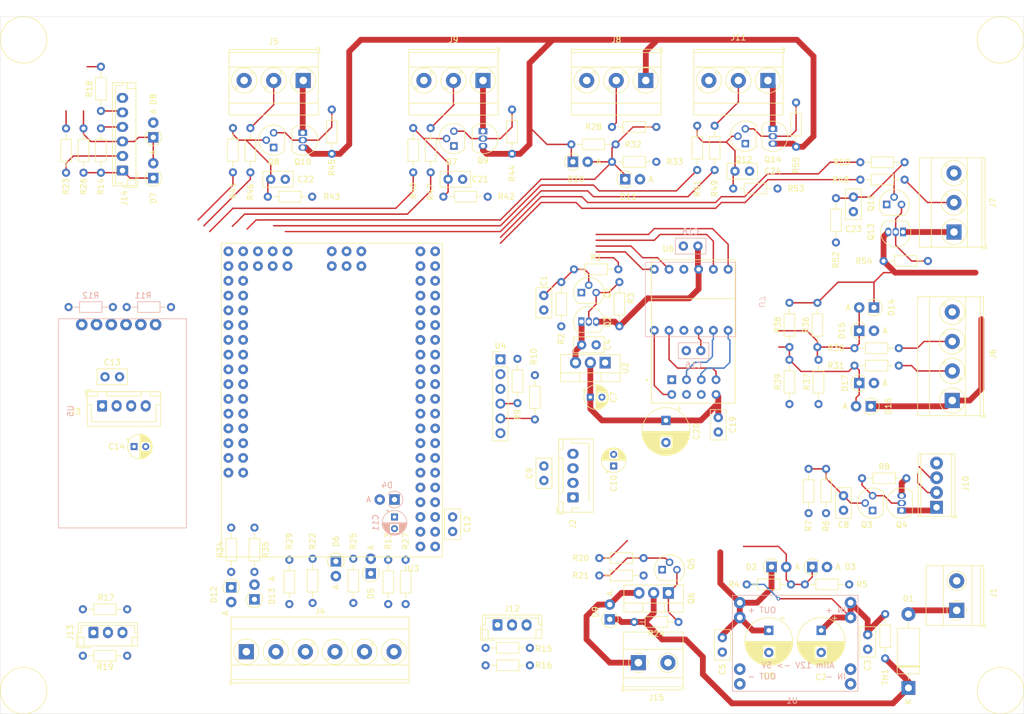
<source format=kicad_pcb>
(kicad_pcb (version 20221018) (generator pcbnew)
  (title_block (title "Cabane de Minou") (date "2024-10-27") (rev "Rev C0"))
  (layers (0 "F.Cu" signal) (31 "B.Cu" signal) (34 "B.Paste" user) (35 "F.Paste" user) (36 "B.SilkS" user "B.Silkscreen") (37 "F.SilkS" user "F.Silkscreen") (38 "B.Mask" user) (39 "F.Mask" user) (44 "Edge.Cuts" user))
  (net 0 "")
  (net 1 "Net-(D4-K)")
  (net 2 "UC_IN_MES_12V")
  (net 3 "GND")
  (net 4 "LUMINOSITE")
  (net 5 "UC_IN_PRESENCE_BAS")
  (net 6 "5V_LEDS_RES")
  (net 7 "UC_IN_PRESENCE_HAUT")
  (net 8 "POWER_3.3")
  (net 9 "UC_IN_PRESENCE_TOUR_BAS")
  (net 10 "SDA")
  (net 11 "UC_IN_PRESENCE_TOUR_HAUT")
  (net 12 "SCL")
  (net 13 "UC_TEMP_BAS")
  (net 14 "UC_OUT_CMD_CHAUFFAGE")
  (net 15 "OUT_LEDS_RES")
  (net 16 "UC_TEMP_EXT")
  (net 17 "UC_ESP_TX")
  (net 18 "UC_OUT_LEDS_BAS")
  (net 19 "UC_OUT_LEDS_HAUT")
  (net 20 "UC_OUT_LEDS_TOUR")
  (net 21 "Net-(C1-Pad1)")
  (net 22 "POWER_12V")
  (net 23 "+5V")
  (net 24 "UC_IN_SW1_BUTTON")
  (net 25 "Net-(D1-A)")
  (net 26 "UC_IN_CAPOT")
  (net 27 "Net-(D9-A)")
  (net 28 "5V_LEDS_TOUR")
  (net 29 "OUT_LEDS_TOUR")
  (net 30 "5V_LEDS_HAUT")
  (net 31 "OUT_LEDS_HAUT")
  (net 32 "5V_LEDS_BAS")
  (net 33 "OUT_LEDS_BAS")
  (net 34 "IN_PRESENCE_HAUT")
  (net 35 "OUT_LED_CAPOT_OUVERT")
  (net 36 "IN_CAPOT")
  (net 37 "TEMP_BAS")
  (net 38 "IN_PRESENCE_BAS")
  (net 39 "IN_PRESENCE_TOUR_BAS")
  (net 40 "IN_PRESENCE_TOUR_HAUT")
  (net 41 "TEMP_EXT")
  (net 42 "Net-(Q4-B)")
  (net 43 "UC_5V_LEDS_HAUT")
  (net 44 "UC_5V_LEDS_BAS")
  (net 45 "UC_5V_LEDS_TOUR")
  (net 46 "UC_IN_SW2_BUTTON")
  (net 47 "UC_IN_SW3_BUTTON")
  (net 48 "5V_SER")
  (net 49 "UC_RX_LOG")
  (net 50 "UC_TX_LOG")
  (net 51 "UC_ESP_RX")
  (net 52 "Net-(Q9-B)")
  (net 53 "Net-(Q14-B)")
  (net 54 "UC_OUT_LED_1")
  (net 55 "UC_3V_ESP")
  (net 56 "UC_RX_PROG")
  (net 57 "UC_TX_PROG")
  (net 58 "Net-(Q10-B)")
  (net 59 "UC_OUT_LED_2")
  (net 60 "UC_OUT_LED_3")
  (net 61 "UC_5V_SER")
  (net 62 "IO2_3")
  (net 63 "IO1_3")
  (net 64 "ESP_RX_3")
  (net 65 "ESP_TX_3")
  (net 66 "UC_IO1")
  (net 67 "UC_IO2")
  (net 68 "UC_OUT_LEDS_RES")
  (net 69 "UC_OUT_LED_CAPOT_OUVERT")
  (net 70 "UC_5V_LEDS_RES")
  (net 71 "Net-(Q2-C)")
  (net 72 "Net-(C8-Pad1)")
  (net 73 "Net-(C21-Pad1)")
  (net 74 "Net-(C22-Pad1)")
  (net 75 "Net-(C23-Pad1)")
  (net 76 "Net-(C24-Pad1)")
  (net 77 "Net-(J12-Pin_1)")
  (net 78 "Net-(J12-Pin_2)")
  (net 79 "Net-(J14-Pin_5)")
  (net 80 "Net-(Q2-B)")
  (net 81 "Net-(Q5-Pad2)")
  (net 82 "Net-(Q6-G)")
  (net 83 "Net-(Q13-B)")
  (net 84 "Net-(U4-TXD)")
  (net 85 "Net-(U4-RXD)")
  (net 136 "12V")
  (net 137 "UC_RX_SER")
  (net 138 "UC_TX_SER")
  (footprint "Capacitor_THT:C_Disc_D5.0mm_W2.5mm_P2.50mm" (layer "F.Cu") (at 137.96 79.5)
    (fp_text reference "C4")
    (fp_text value "100nF")
  )
  (footprint "Connector_JST:JST_EH_B3B-EH-A_1x03_P2.50mm_Vertical" (layer "F.Cu") (at 54 129)
    (fp_text reference "J13")
    (fp_text value "Buttons")
  )
  (footprint "TerminalBlock_Phoenix:TerminalBlock_Phoenix_MKDS-3-3-5.08_1x03_P5.08mm_Horizontal" (layer "F.Cu") (at 149 34 180)
    (fp_text reference "J8")
    (fp_text value "Move Haut")
  )
  (footprint "Resistor_THT:R_Axial_DIN0204_L3.6mm_D1.6mm_P7.62mm_Horizontal" (layer "F.Cu") (at 174.84 45.41 90)
    (fp_text reference "R55")
    (fp_text value "100k")
  )
  (footprint "Diode_THT:D_A-405_P2.54mm_Vertical_AnodeUp" (layer "F.Cu") (at 136.46 48)
    (fp_text reference "D10")
    (fp_text value "DO-204")
  )
  (footprint "TerminalBlock_Phoenix:TerminalBlock_Phoenix_MPT-0,5-4-2.54_1x04_P2.54mm_Horizontal" (layer "F.Cu") (at 199 107.46 90)
    (fp_text reference "J10")
    (fp_text value "Serial")
  )
  (footprint "TerminalBlock_Phoenix:TerminalBlock_Phoenix_MKDS-1,5-2-5.08_1x02_P5.08mm_Horizontal" (layer "F.Cu") (at 202.465 125.19 90)
    (fp_text reference "J1")
    (fp_text value "Alim 12V")
  )
  (footprint "Resistor_THT:R_Axial_DIN0204_L3.6mm_D1.6mm_P7.62mm_Horizontal" (layer "F.Cu") (at 129.93 92.33 90)
    (fp_text reference "R10")
    (fp_text value "100")
  )
  (footprint "Resistor_THT:R_Axial_DIN0204_L3.6mm_D1.6mm_P7.62mm_Horizontal" (layer "F.Cu") (at 91.7 116.3 -90)
    (fp_text reference "R22")
    (fp_text value "10")
  )
  (footprint "Resistor_THT:R_Axial_DIN0204_L3.6mm_D1.6mm_P7.62mm_Horizontal" (layer "F.Cu") (at 190.16 133.455 90)
    (fp_text reference "TH1")
    (fp_text value "Thermistor_NTC")
  )
  (footprint "Resistor_THT:R_Axial_DIN0204_L3.6mm_D1.6mm_P7.62mm_Horizontal" (layer "F.Cu") (at 81.7 110.95 -90)
    (fp_text reference "R35")
    (fp_text value "100k")
  )
  (footprint "Resistor_THT:R_Axial_DIN0204_L3.6mm_D1.6mm_P7.62mm_Horizontal" (layer "F.Cu") (at 160.84 49.41 90)
    (fp_text reference "R49")
    (fp_text value "50")
  )
  (footprint "Capacitor_THT:CP_Radial_D8.0mm_P3.80mm" (layer "F.Cu") (at 170.16 128.645 -90)
    (fp_text reference "C6")
    (fp_text value "20uF")
  )
  (footprint "Resistor_THT:R_Axial_DIN0204_L3.6mm_D1.6mm_P7.62mm_Horizontal" (layer "F.Cu") (at 52.3 49.87 90)
    (fp_text reference "R26")
    (fp_text value "100k")
  )
  (footprint "Diode_THT:D_A-405_P2.54mm_Vertical_AnodeUp" (layer "F.Cu") (at 77.7 121.22 -90)
    (fp_text reference "D12")
    (fp_text value "DO-204")
  )
  (footprint "Connector_JST:JST_XH_B4B-XH-A_1x04_P2.50mm_Vertical" (layer "F.Cu") (at 55.5 90)
    (fp_text reference "J3")
    (fp_text value "Screen")
  )
  (footprint "Resistor_THT:R_Axial_DIN0204_L3.6mm_D1.6mm_P7.62mm_Horizontal" (layer "F.Cu") (at 143.19 48)
    (fp_text reference "R33")
    (fp_text value "100k")
  )
  (footprint "Package_TO_SOT_THT:TO-92" (layer "F.Cu") (at 190.43 55.34)
    (fp_text reference "Q11")
    (fp_text value "BPC_2N2222A")
  )
  (footprint "Resistor_THT:R_Axial_DIN0204_L3.6mm_D1.6mm_P7.62mm_Horizontal" (layer "F.Cu") (at 178.7 82.07 -90)
    (fp_text reference "R37")
    (fp_text value "100k")
  )
  (footprint "Capacitor_THT:C_Disc_D5.0mm_W2.5mm_P2.50mm" (layer "F.Cu") (at 162.16 129.875 -90)
    (fp_text reference "C5")
    (fp_text value "1n")
  )
  (footprint "Resistor_THT:R_Axial_DIN0204_L3.6mm_D1.6mm_P7.62mm_Horizontal" (layer "F.Cu") (at 164.03 52.6)
    (fp_text reference "R53")
    (fp_text value "100k")
  )
  (footprint "Diode_THT:D_A-405_P2.54mm_Vertical_AnodeUp" (layer "F.Cu") (at 185.7 77.07)
    (fp_text reference "D15")
    (fp_text value "DO-204")
  )
  (footprint "Capacitor_THT:CP_Radial_D8.0mm_P3.80mm" (layer "F.Cu") (at 179.16 128.645 -90)
    (fp_text reference "C2")
    (fp_text value "40uF")
  )
  (footprint "Diode_THT:D_A-405_P2.54mm_Vertical_AnodeUp" (layer "F.Cu") (at 177.62 117.725)
    (fp_text reference "D3")
    (fp_text value "DO-204")
  )
  (footprint "Resistor_THT:R_Axial_DIN0204_L3.6mm_D1.6mm_P7.62mm_Horizontal" (layer "F.Cu") (at 49.3 42.25 -90)
    (fp_text reference "R23")
    (fp_text value "10")
  )
  (footprint "Resistor_THT:R_Axial_DIN0204_L3.6mm_D1.6mm_P7.62mm_Horizontal" (layer "F.Cu") (at 112 49.81 90)
    (fp_text reference "R47")
    (fp_text value "50")
  )
  (footprint "Resistor_THT:R_Axial_DIN0204_L3.6mm_D1.6mm_P7.62mm_Horizontal" (layer "F.Cu") (at 78 49.81 90)
    (fp_text reference "R41")
    (fp_text value "220")
  )
  (footprint "Package_TO_SOT_THT:TO-220-3_Vertical" (layer "F.Cu") (at 152.89 122.19 180)
    (fp_text reference "Q6")
    (fp_text value "BPC_IPP034N03L")
  )
  (footprint "Diode_THT:D_DO-15_P12.70mm_Horizontal" (layer "F.Cu") (at 194.16 138.54 90)
    (fp_text reference "D1")
    (fp_text value "SR560")
  )
  (footprint "TerminalBlock_Phoenix:TerminalBlock_Phoenix_MKDS-3-4-5.08_1x04_P5.08mm_Horizontal" (layer "F.Cu") (at 201.7 89.07 90)
    (fp_text reference "J6")
    (fp_text value "Move Tour")
  )
  (footprint "Resistor_THT:R_Axial_DIN0204_L3.6mm_D1.6mm_P7.62mm_Horizontal" (layer "F.Cu") (at 59.81 133 180)
    (fp_text reference "R19")
    (fp_text value "100k")
  )
  (footprint "Resistor_THT:R_Axial_DIN0204_L3.6mm_D1.6mm_P7.62mm_Horizontal" (layer "F.Cu") (at 144.27 66.5 180)
    (fp_text reference "R1")
    (fp_text value "220")
  )
  (footprint "Resistor_THT:R_Axial_DIN0204_L3.6mm_D1.6mm_P7.62mm_Horizontal" (layer "F.Cu") (at 141 119.19)
    (fp_text reference "R21")
    (fp_text value "100k")
  )
  (footprint "Resistor_THT:R_Axial_DIN0204_L3.6mm_D1.6mm_P7.62mm_Horizontal" (layer "F.Cu") (at 157.84 49.41 90)
    (fp_text reference "R51")
    (fp_text value "220")
  )
  (footprint "Resistor_THT:R_Axial_DIN0204_L3.6mm_D1.6mm_P7.62mm_Horizontal" (layer "F.Cu") (at 81 49.81 90)
    (fp_text reference "R46")
    (fp_text value "50")
  )
  (footprint "Resistor_THT:R_Axial_DIN0204_L3.6mm_D1.6mm_P7.62mm_Horizontal" (layer "F.Cu") (at 121.45 131.65)
    (fp_text reference "R15")
    (fp_text value "220")
  )
  (footprint "Resistor_THT:R_Axial_DIN0204_L3.6mm_D1.6mm_P7.62mm_Horizontal" (layer "F.Cu") (at 176.35 120.725)
    (fp_text reference "R5")
    (fp_text value "30k")
  )
  (footprint "Resistor_THT:R_Axial_DIN0204_L3.6mm_D1.6mm_P7.62mm_Horizontal" (layer "F.Cu") (at 114.19 54)
    (fp_text reference "R42")
    (fp_text value "100k")
  )
  (footprint "Capacitor_THT:C_Disc_D5.0mm_W2.5mm_P2.50mm" (layer "F.Cu") (at 161.46 92 -90)
    (fp_text reference "C19")
    (fp_text value "1n")
  )
  (footprint "Resistor_THT:R_Axial_DIN0204_L3.6mm_D1.6mm_P7.62mm_Horizontal" (layer "F.Cu") (at 107.7 124.11 90)
    (fp_text reference "R27")
    (fp_text value "100k")
  )
  (footprint "Package_TO_SOT_THT:TO-92_Inline" (layer "F.Cu") (at 193.24 60.07 180)
    (fp_text reference "Q13")
    (fp_text value "BC327")
  )
  (footprint "Capacitor_THT:CP_Radial_D4.0mm_P2.00mm" (layer "F.Cu") (at 139.46 88.5)
    (fp_text reference "C7")
    (fp_text value "10µF")
  )
  (footprint "Resistor_THT:R_Axial_DIN0204_L3.6mm_D1.6mm_P7.62mm_Horizontal" (layer "F.Cu") (at 121.45 134.65)
    (fp_text reference "R16")
    (fp_text value "220")
  )
  (footprint "Connector_JST:JST_EH_B3B-EH-A_1x03_P2.50mm_Vertical" (layer "F.Cu") (at 123.5 127.7)
    (fp_text reference "J12")
    (fp_text value "Leds")
  )
  (footprint "bpc:BPC_Trou4mm_Fixation" (layer "F.Cu") (at 42 27)
    (fp_text reference "X4" hide)
    (fp_text value "Trou")
  )
  (footprint "Resistor_THT:R_Axial_DIN0204_L3.6mm_D1.6mm_P7.62mm_Horizontal" (layer "F.Cu") (at 109 49.81 90)
    (fp_text reference "R40")
    (fp_text value "220")
  )
  (footprint "Resistor_THT:R_Axial_DIN0204_L3.6mm_D1.6mm_P7.62mm_Horizontal" (layer "F.Cu") (at 193.81 102.46 180)
    (fp_text reference "R8")
    (fp_text value "100k")
  )
  (footprint "Diode_THT:D_A-405_P2.54mm_Vertical_AnodeUp" (layer "F.Cu") (at 64.3 50.79 90)
    (fp_text reference "D7")
    (fp_text value "DO-204")
  )
  (footprint "Capacitor_THT:C_Disc_D5.0mm_W2.5mm_P2.50mm" (layer "F.Cu") (at 183 105.46 -90)
    (fp_text reference "C8")
    (fp_text value "100n")
  )
  (footprint "Capacitor_THT:C_Disc_D5.0mm_W2.5mm_P2.50mm" (layer "F.Cu") (at 56 85)
    (fp_text reference "C13")
    (fp_text value "100nF")
  )
  (footprint "Diode_THT:D_A-405_P2.54mm_Vertical_AnodeUp" (layer "F.Cu") (at 64.3 43.79 90)
    (fp_text reference "D8")
    (fp_text value "DO-204")
  )
  (footprint "Resistor_THT:R_Axial_DIN0204_L3.6mm_D1.6mm_P7.62mm_Horizontal" (layer "F.Cu") (at 95 46.62 90)
    (fp_text reference "R45")
    (fp_text value "100k")
  )
  (footprint "Resistor_THT:R_Axial_DIN0204_L3.6mm_D1.6mm_P7.62mm_Horizontal" (layer "F.Cu") (at 59.81 125 180)
    (fp_text reference "R17")
    (fp_text value "100k")
  )
  (footprint "Package_TO_SOT_THT:TO-92" (layer "F.Cu") (at 166.11 44.87 90)
    (fp_text reference "Q12")
    (fp_text value "BPC_2N2222A")
  )
  (footprint "bpc:BPC_XCVR_ESP8266-01_ESP-01" (layer "F.Cu") (at 157.27 77.19)
    (fp_text reference "U6")
    (fp_text value "BPC_ESP8266-01_ESP-01")
  )
  (footprint "Package_TO_SOT_THT:TO-92_Inline" (layer "F.Cu") (at 170.84 42.33 -90)
    (fp_text reference "Q14")
    (fp_text value "BC327")
  )
  (footprint "Package_TO_SOT_THT:TO-92_Inline" (layer "F.Cu") (at 193 108 90)
    (fp_text reference "Q4")
    (fp_text value "BC327")
  )
  (footprint "bpc:BPC_Trou4mm_Fixation" (layer "F.Cu") (at 210 27)
    (fp_text reference "X3" hide)
    (fp_text value "Trou")
  )
  (footprint "Resistor_THT:R_Axial_DIN0204_L3.6mm_D1.6mm_P7.62mm_Horizontal" (layer "F.Cu") (at 84 54)
    (fp_text reference "R43")
    (fp_text value "100k")
  )
  (footprint "Resistor_THT:R_Axial_DIN0204_L3.6mm_D1.6mm_P7.62mm_Horizontal" (layer "F.Cu") (at 173.7 82.07 -90)
    (fp_text reference "R39")
    (fp_text value "100k")
  )
  (footprint "Diode_THT:D_A-405_P2.54mm_Vertical_AnodeUp" (layer "F.Cu") (at 188.24 73.07 180)
    (fp_text reference "D14")
    (fp_text value "DO-204")
  )
  (footprint "Package_TO_SOT_THT:TO-92_Inline" (layer "F.Cu") (at 137.92 75.5)
    (fp_text reference "Q2")
    (fp_text value "BC327")
  )
  (footprint "Connector_JST:JST_XH_B4B-XH-AM_1x04_P2.50mm_Vertical" (layer "F.Cu") (at 136.475 105.75 90)
    (fp_text reference "J2")
    (fp_text value "Log")
  )
  (footprint "Diode_THT:D_A-405_P2.54mm_Vertical_AnodeUp" (layer "F.Cu") (at 187.7 90.07 180)
    (fp_text reference "D16")
    (fp_text value "DO-204")
  )
  (footprint "Capacitor_THT:C_Disc_D5.0mm_W2.5mm_P2.50mm" (layer "F.Cu") (at 115.78 109.12 -90)
    (fp_text reference "C12")
    (fp_text value "1n")
  )
  (footprint "TerminalBlock_Phoenix:TerminalBlock_Phoenix_MKDS-3-3-5.08_1x03_P5.08mm_Horizontal" (layer "F.Cu") (at 202 60.08 90)
    (fp_text reference "J7")
    (fp_text value "LEDs Tour")
  )
  (footprint "bpc:BPC_Trou4mm_Fixation" (layer "F.Cu") (at 42 139)
    (fp_text reference "X2" hide)
    (fp_text value "Trou")
  )
  (footprint "Resistor_THT:R_Axial_DIN0204_L3.6mm_D1.6mm_P7.62mm_Horizontal" (layer "F.Cu") (at 177 100.84 -90)
    (fp_text reference "R7")
    (fp_text value "100k")
  )
  (footprint "Resistor_THT:R_Axial_DIN0204_L3.6mm_D1.6mm_P7.62mm_Horizontal" (layer "F.Cu") (at 147 127.19)
    (fp_text reference "R24")
    (fp_text value "100k")
  )
  (footprint "Package_TO_SOT_THT:TO-92" (layer "F.Cu") (at 85 45.54 90)
    (fp_text reference "Q8")
    (fp_text value "BPC_2N2222A")
  )
  (footprint "Resistor_THT:R_Axial_DIN0204_L3.6mm_D1.6mm_P7.62mm_Horizontal" (layer "F.Cu") (at 126.93 81.9 -90)
    (fp_text reference "R9")
    (fp_text value "100")
  )
  (footprint "Resistor_THT:R_Axial_DIN0204_L3.6mm_D1.6mm_P7.62mm_Horizontal" (layer "F.Cu") (at 104.7 124.11 90)
    (fp_text reference "R13")
    (fp_text value "220")
  )
  (footprint "Package_TO_SOT_THT:TO-92" (layer "F.Cu") (at 137.92 70.5)
    (fp_text reference "Q1")
    (fp_text value "BPC_2N2222A")
  )
  (footprint "TerminalBlock_Phoenix:TerminalBlock_Phoenix_MKDS-3-3-5.08_1x03_P5.08mm_Horizontal" (layer "F.Cu") (at 121 34 180)
    (fp_text reference "J9")
    (fp_text value "LEDs Haut")
  )
  (footprint "Capacitor_THT:C_Disc_D5.0mm_W2.5mm_P2.50mm" (layer "F.Cu") (at 164.34 49.6)
    (fp_text reference "C24")
    (fp_text value "100n")
  )
  (footprint "Capacitor_THT:C_Disc_D5.0mm_W2.5mm_P2.50mm" (layer "F.Cu") (at 84.5 51)
    (fp_text reference "C22")
    (fp_text value "100n")
  )
  (footprint "Resistor_THT:R_Axial_DIN0204_L3.6mm_D1.6mm_P7.62mm_Horizontal" (layer "F.Cu") (at 150.81 42 180)
    (fp_text reference "R28")
    (fp_text value "10")
  )
  (footprint "Resistor_THT:R_Axial_DIN0204_L3.6mm_D1.6mm_P7.62mm_Horizontal" (layer "F.Cu") (at 141 116.19)
    (fp_text reference "R20")
    (fp_text value "220")
  )
  (footprint "Diode_THT:D_A-405_P2.54mm_Vertical_AnodeUp" (layer "F.Cu") (at 95.7 116.76 -90)
    (fp_text reference "D6")
    (fp_text value "DO-204")
  )
  (footprint "Resistor_THT:R_Axial_DIN0204_L3.6mm_D1.6mm_P7.62mm_Horizontal" (layer "F.Cu") (at 184.89 80.07)
    (fp_text reference "R30")
    (fp_text value "10")
  )
  (footprint "Capacitor_THT:CP_Radial_D4.0mm_P2.00mm" (layer "F.Cu") (at 143.475 100.35 90)
    (fp_text reference "C10")
    (fp_text value "10µF")
  )
  (footprint "TerminalBlock_Phoenix:TerminalBlock_Phoenix_MKDS-1,5-2-5.08_1x02_P5.08mm_Horizontal" (layer "F.Cu") (at 147.73 134.19)
    (fp_text reference "J15")
    (fp_text value "Commande 12V")
  )
  (footprint "Resistor_THT:R_Axial_DIN0204_L3.6mm_D1.6mm_P7.62mm_Horizontal" (layer "F.Cu") (at 184.89 83.07)
    (fp_text reference "R31")
    (fp_text value "10")
  )
  (footprint "bpc:BPC_HC05_Vertical" (layer "F.Cu") (at 124 82)
    (fp_text reference "U4")
    (fp_text value "~")
  )
  (footprint "Resistor_THT:R_Axial_DIN0204_L3.6mm_D1.6mm_P7.62mm_Horizontal" (layer "F.Cu") (at 178.51 72.26 -90)
    (fp_text reference "R36")
    (fp_text value "100k")
  )
  (footprint "Package_TO_SOT_THT:TO-220-3_Vertical" (layer "F.Cu") (at 142 82.555 180)
    (fp_text reference "U2")
    (fp_text value "LM1117DT-3.3")
  )
  (footprint "Diode_THT:D_A-405_P2.54mm_Vertical_AnodeUp" (layer "F.Cu") (at 170.62 117.725)
    (fp_text reference "D2")
    (fp_text value "DO-204")
  )
  (footprint "Package_TO_SOT_THT:TO-92" (layer "F.Cu") (at 188 108 90)
    (fp_text reference "Q3")
    (fp_text value "BPC_2N2222A")
  )
  (footprint "Resistor_THT:R_Axial_DIN0204_L3.6mm_D1.6mm_P7.62mm_Horizontal" (layer "F.Cu") (at 166.35 120.725)
    (fp_text reference "R4")
    (fp_text value "100k")
  )
  (footprint "Capacitor_THT:C_Disc_D5.0mm_W2.5mm_P2.50mm" (layer "F.Cu") (at 131.475 102.85 90)
    (fp_text reference "C9")
    (fp_text value "100nF")
  )
  (footprint "Resistor_THT:R_Axial_DIN0204_L3.6mm_D1.6mm_P7.62mm_Horizontal" (layer "F.Cu") (at 189.89 65.07)
    (fp_text reference "R54")
    (fp_text value "100k")
  )
  (footprint "Package_TO_SOT_THT:TO-92_Inline" (layer "F.Cu") (at 121 42.73 -90)
    (fp_text reference "Q9")
    (fp_text value "BC327")
  )
  (footprint "Package_TO_SOT_THT:TO-92" (layer "F.Cu") (at 116 45.27 90)
    (fp_text reference "Q7")
    (fp_text value "BPC_2N2222A")
  )
  (footprint "Connector_JST:JST_EH_B6B-EH-A_1x06_P2.50mm_Vertical" (layer "F.Cu") (at 59 49.5 90)
    (fp_text reference "J14")
    (fp_text value "Couvercle")
  )
  (footprint "Resistor_THT:R_Axial_DIN0204_L3.6mm_D1.6mm_P7.62mm_Horizontal" (layer "F.Cu") (at 98.7 123.92 90)
    (fp_text reference "R25")
    (fp_text value "1k")
  )
  (footprint "Capacitor_THT:CP_Radial_D4.0mm_P2.00mm" (layer "F.Cu") (at 61 97)
    (fp_text reference "C14")
    (fp_text value "10µF")
  )
  (footprint "bpc:BPC_Trou4mm_Fixation" (layer "F.Cu") (at 210 139)
    (fp_text reference "X1" hide)
    (fp_text value "Trou")
  )
  (footprint "Resistor_THT:R_Axial_DIN0204_L3.6mm_D1.6mm_P7.62mm_Horizontal" (layer "F.Cu") (at 185.89 51.07)
    (fp_text reference "R48")
    (fp_text value "50")
  )
  (footprint "Capacitor_THT:C_Disc_D5.0mm_W2.5mm_P2.50mm" (layer "F.Cu") (at 187.16 129.375 -90)
    (fp_text reference "C3")
    (fp_text value "100n")
  )
  (footprint "Resistor_THT:R_Axial_DIN0204_L3.6mm_D1.6mm_P7.62mm_Horizontal" (layer "F.Cu") (at 181.7 54.26 -90)
    (fp_text reference "R52")
    (fp_text value "100k")
  )
  (footprint "Diode_THT:D_A-405_P2.54mm_Vertical_AnodeUp" (layer "F.Cu") (at 101.7 118.84 90)
    (fp_text reference "D5")
    (fp_text value "DO-204")
  )
  (footprint "Capacitor_THT:CP_Radial_D8.0mm_P3.80mm" (layer "F.Cu") (at 152.46 92.5 -90)
    (fp_text reference "C20")
    (fp_text value "20uF")
  )
  (footprint "Resistor_THT:R_Axial_DIN0204_L3.6mm_D1.6mm_P7.62mm_Horizontal" (layer "F.Cu") (at 55.3 39.25 90)
    (fp_text reference "R18")
    (fp_text value "220")
  )
  (footprint "Diode_THT:D_A-405_P2.54mm_Vertical_AnodeUp" (layer "F.Cu") (at 81.7 123.3 90)
    (fp_text reference "D13")
    (fp_text value "DO-204")
  )
  (footprint "TerminalBlock_Phoenix:TerminalBlock_Phoenix_MKDS-3-6-5.08_1x06_P5.08mm_Horizontal" (layer "F.Cu") (at 80.3 132.3)
    (fp_text reference "J4")
    (fp_text value "Bas")
  )
  (footprint "bpc:BPC_ATMEGA2560_PRO_MINI" (layer "F.Cu") (at 95 89 90)
    (fp_text reference "U3")
    (fp_text value "BPC_ATMEGA2560_PRO")
  )
  (footprint "Resistor_THT:R_Axial_DIN0204_L3.6mm_D1.6mm_P7.62mm_Horizontal" (layer "F.Cu") (at 77.7 118.57 90)
    (fp_text reference "R34")
    (fp_text value "100k")
  )
  (footprint "Diode_THT:D_A-405_P2.54mm_Vertical_AnodeUp" (layer "F.Cu") (at 185.7 86.07)
    (fp_text reference "D17")
    (fp_text value "DO-204")
  )
  (footprint "Resistor_THT:R_Axial_DIN0204_L3.6mm_D1.6mm_P7.62mm_Horizontal" (layer "F.Cu") (at 144.46 76.31 90)
    (fp_text reference "R3")
    (fp_text value "100k")
  )
  (footprint "Resistor_THT:R_Axial_DIN0204_L3.6mm_D1.6mm_P7.62mm_Horizontal" (layer "F.Cu") (at 134.46 68.69 -90)
    (fp_text reference "R2")
    (fp_text value "100k")
  )
  (footprint "Capacitor_THT:C_Disc_D5.0mm_W2.5mm_P2.50mm" (layer "F.Cu") (at 115 51)
    (fp_text reference "C21")
    (fp_text value "100n")
  )
  (footprint "Capacitor_THT:C_Disc_D5.0mm_W2.5mm_P2.50mm" (layer "F.Cu") (at 184.7 54.07 -90)
    (fp_text reference "C23")
    (fp_text value "100n")
  )
  (footprint "Package_TO_SOT_THT:TO-92" (layer "F.Cu") (at 151.81 118.19)
    (fp_text reference "Q5")
    (fp_text value "BPC_2N2222A")
  )
  (footprint "Capacitor_THT:C_Disc_D5.0mm_W2.5mm_P2.50mm" (layer "F.Cu") (at 131.46 71 -90)
    (fp_text reference "C1")
    (fp_text value "100n")
  )
  (footprint "Resistor_THT:R_Axial_DIN0204_L3.6mm_D1.6mm_P7.62mm_Horizontal" (layer "F.Cu") (at 55.3 49.87 90)
    (fp_text reference "R14")
    (fp_text value "100k")
  )
  (footprint "Diode_THT:D_A-405_P2.54mm_Vertical_AnodeUp" (layer "F.Cu") (at 142.81 126.73 90)
    (fp_text reference "D9")
    (fp_text value "DO-201")
  )
  (footprint "Resistor_THT:R_Axial_DIN0204_L3.6mm_D1.6mm_P7.62mm_Horizontal" (layer "F.Cu") (at 173.7 72.26 -90)
    (fp_text reference "R38")
    (fp_text value "100k")
  )
  (footprint "Diode_THT:D_A-405_P2.54mm_Vertical_AnodeUp" (layer "F.Cu") (at 145.46 51)
    (fp_text reference "D11")
    (fp_text value "DO-204")
  )
  (footprint "Resistor_THT:R_Axial_DIN0204_L3.6mm_D1.6mm_P7.62mm_Horizontal" (layer "F.Cu") (at 126 46.62 90)
    (fp_text reference "R44")
    (fp_text value "100k")
  )
  (footprint "Resistor_THT:R_Axial_DIN0204_L3.6mm_D1.6mm_P7.62mm_Horizontal" (layer "F.Cu") (at 87.7 124.11 90)
    (fp_text reference "R29")
    (fp_text value "10")
  )
  (footprint "TerminalBlock_Phoenix:TerminalBlock_Phoenix_MKDS-3-3-5.08_1x03_P5.08mm_Horizontal" (layer "F.Cu") (at 170 34 180)
    (fp_text reference "J11")
    (fp_text value "LEDs Res")
  )
  (footprint "Resistor_THT:R_Axial_DIN0204_L3.6mm_D1.6mm_P7.62mm_Horizontal" (layer "F.Cu") (at 136.19 45)
    (fp_text reference "R32")
    (fp_text value "100k")
  )
  (footprint "Resistor_THT:R_Axial_DIN0204_L3.6mm_D1.6mm_P7.62mm_Horizontal" (layer "F.Cu") (at 185.89 48.07)
    (fp_text reference "R50")
    (fp_text value "220")
  )
  (footprint "Resistor_THT:R_Axial_DIN0204_L3.6mm_D1.6mm_P7.62mm_Horizontal" (layer "F.Cu") (at 180 108.46 90)
    (fp_text reference "R6")
    (fp_text value "220")
  )
  (footprint "TerminalBlock_Phoenix:TerminalBlock_Phoenix_MKDS-3-3-5.08_1x03_P5.08mm_Horizontal" (layer "F.Cu") (at 90.085 34 180)
    (fp_text reference "J5")
    (fp_text value "LEDs Bas")
  )
  (footprint "Package_TO_SOT_THT:TO-92_Inline" (layer "F.Cu") (at 90 43 -90)
    (fp_text reference "Q10")
    (fp_text value "BC327")
  )
  (footprint "Diode_THT:D_A-405_P2.54mm_Vertical_AnodeUp" (layer "B.Cu") (at 105.78 106.12 180)
    (fp_text reference "D4")
    (fp_text value "D")
  )
  (footprint "Capacitor_THT:C_Disc_D5.0mm_W2.5mm_P2.50mm" (layer "B.Cu") (at 155.96 80.5)
    (fp_text reference "C16")
    (fp_text value "1n")
  )
  (footprint "Capacitor_THT:CP_Radial_D4.0mm_P2.00mm" (layer "B.Cu") (at 105.78 109.12 -90)
    (fp_text reference "C11")
    (fp_text value "10uF")
  )
  (footprint "bpc:BPC_LVLCONV_5_33" (layer "B.Cu") (at 163.16 77 90)
    (fp_text reference "U7")
    (fp_text value "~")
  )
  (footprint "Resistor_THT:R_Axial_DIN0204_L3.6mm_D1.6mm_P7.62mm_Horizontal" (layer "B.Cu") (at 67.35 73 180)
    (fp_text reference "R11")
    (fp_text value "10k")
  )
  (footprint "bpc:BPC_Alim5V" (layer "B.Cu") (at 184.21 123.875 180)
    (fp_text reference "U1")
    (fp_text value "BPC_Alim5V" hide)
  )
  (footprint "Capacitor_THT:C_Disc_D5.0mm_W2.5mm_P2.50mm" (layer "B.Cu") (at 157.96 62.5 180)
    (fp_text reference "C18")
    (fp_text value "1n")
  )
  (footprint "bpc:BPC_RtcArduino" (layer "B.Cu") (at 52 76 -90)
    (fp_text reference "U5")
    (fp_text value "RtcArduino")
  )
  (footprint "Resistor_THT:R_Axial_DIN0204_L3.6mm_D1.6mm_P7.62mm_Horizontal" (layer "B.Cu") (at 49.73 73)
    (fp_text reference "R12")
    (fp_text value "10k")
  )
  (gr_line (start 214 23) (end 214 143) (stroke (width 0.05)) (layer "Edge.Cuts"))
  (gr_line (start 38 23) (end 214 23) (stroke (width 0.05)) (layer "Edge.Cuts"))
  (gr_line (start 143 143) (end 92 143) (stroke (width 0.05)) (layer "Edge.Cuts"))
  (gr_line (start 38 51) (end 38 143) (stroke (width 0.05)) (layer "Edge.Cuts"))
  (gr_line (start 38 23) (end 38 51) (stroke (width 0.05)) (layer "Edge.Cuts"))
  (gr_line (start 214 143) (end 204 143) (stroke (width 0.05)) (layer "Edge.Cuts"))
  (gr_line (start 204 143) (end 143 143) (stroke (width 0.05)) (layer "Edge.Cuts"))
  (gr_line (start 92 143) (end 38 143) (stroke (width 0.05)) (layer "Edge.Cuts"))
  (segment (start 173.16 117.725) (end 173.16 115.54) (width 0.25) (layer "F.Cu") (net 2))
  (segment (start 173.97 120.725) (end 176.35 120.725) (width 0.25) (layer "F.Cu") (net 2))
  (segment (start 177.62 119.455) (end 176.35 120.725) (width 0.25) (layer "F.Cu") (net 2))
  (segment (start 173.16 115.54) (end 171.81 114.19) (width 0.25) (layer "F.Cu") (net 2))
  (segment (start 173.16 119.915) (end 173.97 120.725) (width 0.25) (layer "F.Cu") (net 2))
  (segment (start 177.62 117.725) (end 177.62 119.455) (width 0.25) (layer "F.Cu") (net 2))
  (segment (start 171.81 114.19) (end 165.81 114.19) (width 0.25) (layer "F.Cu") (net 2))
  (segment (start 173.16 117.725) (end 173.16 119.915) (width 0.25) (layer "F.Cu") (net 2))
  (segment (start 53.55 44.5) (end 52.3 43.25) (width 0.25) (layer "F.Cu") (net 4))
  (segment (start 64.3 48.25) (end 64.3 43.79) (width 0.25) (layer "F.Cu") (net 4))
  (segment (start 61.05 44.5) (end 59 44.5) (width 0.25) (layer "F.Cu") (net 4))
  (segment (start 61.76 43.79) (end 61.05 44.5) (width 0.25) (layer "F.Cu") (net 4))
  (segment (start 52.3 43.25) (end 52.3 42.25) (width 0.25) (layer "F.Cu") (net 4))
  (segment (start 64.3 43.79) (end 61.76 43.79) (width 0.25) (layer "F.Cu") (net 4))
  (segment (start 59 44.5) (end 53.55 44.5) (width 0.25) (layer "F.Cu") (net 4))
  (segment (start 52.3 42.25) (end 52.3 39.25) (width 0.25) (layer "F.Cu") (net 4))
  (segment (start 170.84 34.84) (end 170 34) (width 1) (layer "F.Cu") (net 6))
  (segment (start 170.84 42.33) (end 170.84 34.84) (width 1) (layer "F.Cu") (net 6))
  (segment (start 143.19 45.62) (end 143.81 45) (width 0.25) (layer "F.Cu") (net 7))
  (segment (start 131 51) (end 140.19 51) (width 0.25) (layer "F.Cu") (net 7))
  (segment (start 145.46 50.27) (end 143.19 48) (width 0.25) (layer "F.Cu") (net 7))
  (segment (start 143.81 45) (end 146.81 42) (width 0.25) (layer "F.Cu") (net 7))
  (segment (start 80.44 59.56) (end 82 58) (width 0.25) (layer "F.Cu") (net 7))
  (segment (start 139 48) (end 143.19 48) (width 0.25) (layer "F.Cu") (net 7))
  (segment (start 124 58) (end 131 51) (width 0.25) (layer "F.Cu") (net 7))
  (segment (start 146.81 42) (end 150.81 42) (width 0.25) (layer "F.Cu") (net 7))
  (segment (start 143.19 48) (end 143.19 45.62) (width 0.25) (layer "F.Cu") (net 7))
  (segment (start 145.46 51) (end 145.46 50.27) (width 0.25) (layer "F.Cu") (net 7))
  (segment (start 82 58) (end 124 58) (width 0.25) (layer "F.Cu") (net 7))
  (segment (start 140.19 51) (end 143.19 48) (width 0.25) (layer "F.Cu") (net 7))
  (segment (start 161.46 92) (end 161.46 89.5) (width 1) (layer "F.Cu") (net 8))
  (segment (start 161.46 89.5) (end 161.46 88.42) (width 1) (layer "F.Cu") (net 8))
  (segment (start 158.08 77) (end 158.08 78.335) (width 0.25) (layer "F.Cu") (net 8))
  (segment (start 139.46 88.5) (end 139.46 82.555) (width 1) (layer "F.Cu") (net 8))
  (segment (start 158.08 78.335) (end 158.46 78.715) (width 0.25) (layer "F.Cu") (net 8))
  (segment (start 141.46 92.5) (end 139.46 90.5) (width 1) (layer "F.Cu") (net 8))
  (segment (start 152.46 92.5) (end 141.46 92.5) (width 1) (layer "F.Cu") (net 8))
  (segment (start 161.46 88.42) (end 161.08 88.04) (width 1) (layer "F.Cu") (net 8))
  (segment (start 152.46 92.5) (end 158.46 92.5) (width 1) (layer "F.Cu") (net 8))
  (segment (start 158.46 80.5) (end 158.46 78.715) (width 0.25) (layer "F.Cu") (net 8))
  (segment (start 139.46 90.5) (end 139.46 88.5) (width 1) (layer "F.Cu") (net 8))
  (segment (start 158.46 92.5) (end 161.46 89.5) (width 1) (layer "F.Cu") (net 8))
  (segment (start 185.16 90.07) (end 185.16 88.61) (width 0.25) (layer "F.Cu") (net 9))
  (segment (start 173.7 79.88) (end 173.7 82.07) (width 0.25) (layer "F.Cu") (net 9))
  (segment (start 183.89 84.07) (end 184.89 83.07) (width 0.25) (layer "F.Cu") (net 9))
  (segment (start 173.7 79.88) (end 171.89 79.88) (width 0.25) (layer "F.Cu") (net 9))
  (segment (start 185.7 88.07) (end 185.7 86.07) (width 0.25) (layer "F.Cu") (net 9))
  (segment (start 173.7 82.07) (end 175.7 84.07) (width 0.25) (layer "F.Cu") (net 9))
  (segment (start 185.7 86.07) (end 185.7 83.88) (width 0.25) (layer "F.Cu") (net 9))
  (segment (start 185.16 88.61) (end 185.7 88.07) (width 0.25) (layer "F.Cu") (net 9))
  (segment (start 185.7 83.88) (end 184.89 83.07) (width 0.25) (layer "F.Cu") (net 9))
  (segment (start 175.7 84.07) (end 183.89 84.07) (width 0.25) (layer "F.Cu") (net 9))
  (segment (start 178.51 79.88) (end 178.51 78.88) (width 0.25) (layer "F.Cu") (net 11))
  (segment (start 182.51 79.88) (end 178.51 79.88) (width 0.25) (layer "F.Cu") (net 11))
  (segment (start 178.51 81.88) (end 178.7 82.07) (width 0.25) (layer "F.Cu") (net 11))
  (segment (start 176.7 77.07) (end 171.7 77.07) (width 0.25) (layer "F.Cu") (net 11))
  (segment (start 184.89 80.07) (end 185.7 79.26) (width 0.25) (layer "F.Cu") (net 11))
  (segment (start 185.7 79.26) (end 185.7 77.07) (width 0.25) (layer "F.Cu") (net 11))
  (segment (start 182.7 80.07) (end 182.51 79.88) (width 0.25) (layer "F.Cu") (net 11))
  (segment (start 184.89 80.07) (end 182.7 80.07) (width 0.25) (layer "F.Cu") (net 11))
  (segment (start 178.51 79.88) (end 178.51 81.88) (width 0.25) (layer "F.Cu") (net 11))
  (segment (start 178.51 78.88) (end 176.7 77.07) (width 0.25) (layer "F.Cu") (net 11))
  (segment (start 185.7 77.07) (end 185.7 73.07) (width 0.25) (layer "F.Cu") (net 11))
  (segment (start 142.81 116.19) (end 145.81 113.19) (width 0.25) (layer "F.Cu") (net 14))
  (segment (start 141 116.19) (end 142.81 116.19) (width 0.25) (layer "F.Cu") (net 14))
  (segment (start 164.92 37.71) (end 164.92 34) (width 0.25) (layer "F.Cu") (net 15))
  (segment (start 160.84 41.79) (end 164.92 37.71) (width 0.25) (layer "F.Cu") (net 15))
  (segment (start 49.3 42.25) (end 49.3 39.25) (width 0.25) (layer "F.Cu") (net 16))
  (segment (start 148.46 64.5) (end 146.46 62.5) (width 0.25) (layer "F.Cu") (net 17))
  (segment (start 153 66.5) (end 151 64.5) (width 0.25) (layer "F.Cu") (net 17))
  (segment (start 146.46 62.5) (end 140.46 62.5) (width 0.25) (layer "F.Cu") (net 17))
  (segment (start 151 64.5) (end 148.46 64.5) (width 0.25) (layer "F.Cu") (net 17))
  (segment (start 73 59) (end 81 51) (width 0.25) (layer "F.Cu") (net 18))
  (segment (start 81 49.81) (end 81 51) (width 0.25) (layer "F.Cu") (net 18))
  (segment (start 112 49.81) (end 112 53) (width 0.25) (layer "F.Cu") (net 19))
  (segment (start 108 57) (end 80 57) (width 0.25) (layer "F.Cu") (net 19))
  (segment (start 80 57) (end 77.9 59.1) (width 0.25) (layer "F.Cu") (net 19))
  (segment (start 112 53) (end 108 57) (width 0.25) (layer "F.Cu") (net 19))
  (segment (start 131 55) (end 124 62) (width 0.25) (layer "F.Cu") (net 20))
  (segment (start 162 55) (end 161 56) (width 0.25) (layer "F.Cu") (net 20))
  (segment (start 185.89 51.07) (end 170 51.07) (width 0.25) (layer "F.Cu") (net 20))
  (segment (start 166.07 55) (end 162 55) (width 0.25) (layer "F.Cu") (net 20))
  (segment (start 161 56) (end 138 56) (width 0.25) (layer "F.Cu") (net 20))
  (segment (start 137 55) (end 131 55) (width 0.25) (layer "F.Cu") (net 20))
  (segment (start 170 51.07) (end 166.07 55) (width 0.25) (layer "F.Cu") (net 20))
  (segment (start 138 56) (end 137 55) (width 0.25) (layer "F.Cu") (net 20))
  (segment (start 138.46 66.5) (end 136.65 66.5) (width 0.25) (layer "F.Cu") (net 21))
  (segment (start 139.19 67.23) (end 138.46 66.5) (width 0.25) (layer "F.Cu") (net 21))
  (segment (start 131.46 71) (end 133.77 68.69) (width 0.25) (layer "F.Cu") (net 21))
  (segment (start 139.19 69.23) (end 139.19 67.23) (width 0.25) (layer "F.Cu") (net 21))
  (segment (start 133.77 68.69) (end 134.46 68.69) (width 0.25) (layer "F.Cu") (net 21))
  (segment (start 134.46 68.69) (end 136.65 66.5) (width 0.25) (layer "F.Cu") (net 21))
  (segment (start 194.16 138.54) (end 191.51 141.19) (width 1) (layer "F.Cu") (net 22))
  (segment (start 148.81 127.19) (end 147 127.19) (width 1) (layer "F.Cu") (net 22))
  (segment (start 150.35 125.65) (end 148.81 127.19) (width 1) (layer "F.Cu") (net 22))
  (segment (start 158.81 133.19) (end 155.81 130.19) (width 1) (layer "F.Cu") (net 22))
  (segment (start 151.81 130.19) (end 148.81 127.19) (width 1) (layer "F.Cu") (net 22))
  (segment (start 155.81 130.19) (end 151.81 130.19) (width 1) (layer "F.Cu") (net 22))
  (segment (start 163.81 141.19) (end 158.81 136.19) (width 1) (layer "F.Cu") (net 22))
  (segment (start 194.16 138.54) (end 194.16 137.455) (width 1) (layer "F.Cu") (net 22))
  (segment (start 191.51 141.19) (end 163.81 141.19) (width 1) (layer "F.Cu") (net 22))
  (segment (start 194.16 137.455) (end 190.16 133.455) (width 1) (layer "F.Cu") (net 22))
  (segment (start 144.81 127.19) (end 147 127.19) (width 1) (layer "F.Cu") (net 22))
  (segment (start 158.81 136.19) (end 158.81 133.19) (width 1) (layer "F.Cu") (net 22))
  (segment (start 150.35 122.19) (end 150.35 125.65) (width 1) (layer "F.Cu") (net 22))
  (segment (start 142.81 126.73) (end 144.35 126.73) (width 1) (layer "F.Cu") (net 22))
  (segment (start 144.35 126.73) (end 144.81 127.19) (width 1) (layer "F.Cu") (net 22))
  (segment (start 149 29) (end 149 34) (width 1) (layer "F.Cu") (net 23))
  (segment (start 177.84 43.6) (end 176.03 45.41) (width 1) (layer "F.Cu") (net 23))
  (segment (start 55.3 49.87) (end 58.63 49.87) (width 0.25) (layer "F.Cu") (net 23))
  (segment (start 121 46) (end 121.62 46.62) (width 1) (layer "F.Cu") (net 23))
  (segment (start 60.29 50.79) (end 59 49.5) (width 0.25) (layer "F.Cu") (net 23))
  (segment (start 170.84 44.87) (end 174.3 44.87) (width 1) (layer "F.Cu") (net 23))
  (segment (start 96.38 46.62) (end 98 45) (width 1) (layer "F.Cu") (net 23))
  (segment (start 165.16 123.875) (end 168.125 123.875) (width 1) (layer "F.Cu") (net 23))
  (segment (start 193 103.27) (end 193.81 102.46) (width 1) (layer "F.Cu") (net 23))
  (segment (start 175 27) (end 177.84 29.84) (width 1) (layer "F.Cu") (net 23))
  (segment (start 144.46 76.31) (end 149.27 71.5) (width 1) (layer "F.Cu") (net 23))
  (segment (start 121 45.27) (end 121 46) (width 1) (layer "F.Cu") (net 23))
  (segment (start 189.89 65.07) (end 191.89 67.07) (width 1) (layer "F.Cu") (net 23))
  (segment (start 136.19 45) (end 132 45) (width 0.25) (layer "F.Cu") (net 23))
  (segment (start 98 45) (end 98 29) (width 1) (layer "F.Cu") (net 23))
  (segment (start 165.16 126.415) (end 165.16 123.875) (width 1) (layer "F.Cu") (net 23))
  (segment (start 151 27) (end 149 29) (width 1) (layer "F.Cu") (net 23))
  (segment (start 188.24 68.72) (end 189.89 67.07) (width 0.25) (layer "F.Cu") (net 23))
  (segment (start 162.16 129.415) (end 165.16 126.415) (width 1) (layer "F.Cu") (net 23))
  (segment (start 193 105.46) (end 193 103.27) (width 1) (layer "F.Cu") (net 23))
  (segment (start 133 27) (end 151 27) (width 1) (layer "F.Cu") (net 23))
  (segment (start 189.89 67.07) (end 191.89 67.07) (width 0.25) (layer "F.Cu") (net 23))
  (segment (start 158.08 69.88) (end 158.08 66.5) (width 1) (layer "F.Cu") (net 23))
  (segment (start 140.46 75.5) (end 143.65 75.5) (width 1) (layer "F.Cu") (net 23))
  (segment (start 95 46.62) (end 96.38 46.62) (width 1) (layer "F.Cu") (net 23))
  (segment (start 156.46 71.5) (end 158.08 69.88) (width 1) (layer "F.Cu") (net 23))
  (segment (start 129 42) (end 129 31) (width 1) (layer "F.Cu") (net 23))
  (segment (start 98 29) (end 100 27) (width 1) (layer "F.Cu") (net 23))
  (segment (start 90.54 45.54) (end 91.62 46.62) (width 1) (layer "F.Cu") (net 23))
  (segment (start 149.27 71.5) (end 156.46 71.5) (width 1) (layer "F.Cu") (net 23))
  (segment (start 200.7 90.07) (end 201.7 89.07) (width 1) (layer "F.Cu") (net 23))
  (segment (start 178.51 72.26) (end 182.05 68.72) (width 0.25) (layer "F.Cu") (net 23))
  (segment (start 201.7 89.07) (end 204.7 89.07) (width 1) (layer "F.Cu") (net 23))
  (segment (start 165.16 123.875) (end 161.81 120.525) (width 1) (layer "F.Cu") (net 23))
  (segment (start 206.7 87.07) (end 206.7 75.07) (width 1) (layer "F.Cu") (net 23))
  (segment (start 129 31) (end 133 27) (width 1) (layer "F.Cu") (net 23))
  (segment (start 177.84 29.84) (end 177.84 43.6) (width 1) (layer "F.Cu") (net 23))
  (segment (start 64.3 50.79) (end 60.29 50.79) (width 0.25) (layer "F.Cu") (net 23))
  (segment (start 182.05 68.72) (end 188.24 68.72) (width 0.25) (layer "F.Cu") (net 23))
  (segment (start 58.63 49.87) (end 59 49.5) (width 0.25) (layer "F.Cu") (net 23))
  (segment (start 127.38 46.62) (end 129 45) (width 1) (layer "F.Cu") (net 23))
  (segment (start 189.89 60.88) (end 190.7 60.07) (width 1) (layer "F.Cu") (net 23))
  (segment (start 132 45) (end 129 42) (width 0.25) (layer "F.Cu") (net 23))
  (segment (start 136.19 45) (end 136.19 47.73) (width 0.25) (layer "F.Cu") (net 23))
  (segment (start 187.7 90.07) (end 200.7 90.07) (width 1) (layer "F.Cu") (net 23))
  (segment (start 143.65 75.5) (end 144.46 76.31) (width 1) (layer "F.Cu") (net 23))
  (segment (start 168.125 123.875) (end 170.62 121.38) (width 1) (layer "F.Cu") (net 23))
  (segment (start 52.3 49.87) (end 55.3 49.87) (width 0.25) (layer "F.Cu") (net 23))
  (segment (start 91.62 46.62) (end 95 46.62) (width 1) (layer "F.Cu") (net 23))
  (segment (start 162.16 129.875) (end 162.16 129.415) (width 1) (layer "F.Cu") (net 23))
  (segment (start 170.62 121.38) (end 170.62 117.725) (width 1) (layer "F.Cu") (net 23))
  (segment (start 170.16 128.645) (end 167.39 128.645) (width 1) (layer "F.Cu") (net 23))
  (segment (start 136.19 47.73) (end 136.46 48) (width 0.25) (layer "F.Cu") (net 23))
  (segment (start 167.39 128.645) (end 165.16 126.415) (width 1) (layer "F.Cu") (net 23))
  (segment (start 129 45) (end 129 42) (width 1) (layer "F.Cu") (net 23))
  (segment (start 188.24 73.07) (end 188.24 68.72) (width 0.25) (layer "F.Cu") (net 23))
  (segment (start 204.7 89.07) (end 206.7 87.07) (width 1) (layer "F.Cu") (net 23))
  (segment (start 189.89 65.07) (end 189.89 60.88) (width 1) (layer "F.Cu") (net 23))
  (segment (start 126 46.62) (end 127.38 46.62) (width 1) (layer "F.Cu") (net 23))
  (segment (start 157.96 66.38) (end 158.08 66.5) (width 1) (layer "F.Cu") (net 23))
  (segment (start 157.96 62.5) (end 157.96 66.38) (width 1) (layer "F.Cu") (net 23))
  (segment (start 161.81 120.525) (end 161.81 115.19) (width 1) (layer "F.Cu") (net 23))
  (segment (start 121.62 46.62) (end 126 46.62) (width 1) (layer "F.Cu") (net 23))
  (segment (start 174.3 44.87) (end 174.84 45.41) (width 1) (layer "F.Cu") (net 23))
  (segment (start 90 45.54) (end 90.54 45.54) (width 1) (layer "F.Cu") (net 23))
  (segment (start 173.7 72.26) (end 178.51 72.26) (width 0.25) (layer "F.Cu") (net 23))
  (segment (start 151 27) (end 175 27) (width 1) (layer "F.Cu") (net 23))
  (segment (start 191.89 67.07) (end 205.7 67.07) (width 1) (layer "F.Cu") (net 23))
  (segment (start 100 27) (end 133 27) (width 1) (layer "F.Cu") (net 23))
  (segment (start 176.03 45.41) (end 174.84 45.41) (width 1) (layer "F.Cu") (net 23))
  (segment (start 59 42) (end 55.55 42) (width 0.25) (layer "F.Cu") (net 24))
  (segment (start 55.55 42) (end 55.3 42.25) (width 0.25) (layer "F.Cu") (net 24))
  (segment (start 202.465 125.19) (end 194.81 125.19) (width 1) (layer "F.Cu") (net 25))
  (segment (start 194.81 125.19) (end 194.16 125.84) (width 1) (layer "F.Cu") (net 25))
  (segment (start 142.81 124.19) (end 140.81 124.19) (width 1) (layer "F.Cu") (net 27))
  (segment (start 142.81 134.19) (end 147.73 134.19) (width 1) (layer "F.Cu") (net 27))
  (segment (start 138.81 130.19) (end 142.81 134.19) (width 1) (layer "F.Cu") (net 27))
  (segment (start 144.81 122.19) (end 142.81 124.19) (width 1) (layer "F.Cu") (net 27))
  (segment (start 147.81 122.19) (end 144.81 122.19) (width 1) (layer "F.Cu") (net 27))
  (segment (start 140.81 124.19) (end 138.81 126.19) (width 1) (layer "F.Cu") (net 27))
  (segment (start 138.81 126.19) (end 138.81 130.19) (width 1) (layer "F.Cu") (net 27))
  (segment (start 202 60.08) (end 193.25 60.08) (width 1) (layer "F.Cu") (net 28))
  (segment (start 193.25 60.08) (end 193.24 60.07) (width 1) (layer "F.Cu") (net 28))
  (segment (start 193.51 51.07) (end 197.44 55) (width 0.25) (layer "F.Cu") (net 29))
  (segment (start 197.44 55) (end 202 55) (width 0.25) (layer "F.Cu") (net 29))
  (segment (start 121 34) (end 121 42.73) (width 1) (layer "F.Cu") (net 30))
  (segment (start 116 38.19) (end 115.92 38.11) (width 0.25) (layer "F.Cu") (net 31))
  (segment (start 115.92 38.11) (end 115.92 34) (width 0.25) (layer "F.Cu") (net 31))
  (segment (start 112 42.19) (end 116 38.19) (width 0.25) (layer "F.Cu") (net 31))
  (segment (start 90 34.085) (end 90.085 34) (width 1) (layer "F.Cu") (net 32))
  (segment (start 90 43) (end 90 34.085) (width 1) (layer "F.Cu") (net 32))
  (segment (start 81 42.19) (end 85.005 38.185) (width 0.25) (layer "F.Cu") (net 33))
  (segment (start 85.005 38.185) (end 85.005 34) (width 0.25) (layer "F.Cu") (net 33))
  (segment (start 143.92 41.27) (end 143.19 42) (width 0.25) (layer "F.Cu") (net 34))
  (segment (start 143.92 34) (end 143.92 41.27) (width 0.25) (layer "F.Cu") (net 34))
  (segment (start 192.51 83.07) (end 194.7 83.07) (width 0.25) (layer "F.Cu") (net 39))
  (segment (start 194.7 83.07) (end 195.62 83.99) (width 0.25) (layer "F.Cu") (net 39))
  (segment (start 195.62 83.99) (end 201.7 83.99) (width 0.25) (layer "F.Cu") (net 39))
  (segment (start 196.86 78.91) (end 201.7 78.91) (width 0.25) (layer "F.Cu") (net 40))
  (segment (start 195.7 80.07) (end 196.86 78.91) (width 0.25) (layer "F.Cu") (net 40))
  (segment (start 192.51 80.07) (end 195.7 80.07) (width 0.25) (layer "F.Cu") (net 40))
  (segment (start 59 47) (end 50.55 47) (width 0.25) (layer "F.Cu") (net 41))
  (segment (start 50.55 47) (end 49.3 48.25) (width 0.25) (layer "F.Cu") (net 41))
  (segment (start 49.3 48.25) (end 49.3 49.87) (width 0.25) (layer "F.Cu") (net 41))
  (segment (start 190 105.46) (end 188 105.46) (width 0.25) (layer "F.Cu") (net 42))
  (segment (start 186.19 103.65) (end 186.19 102.46) (width 0.25) (layer "F.Cu") (net 42))
  (segment (start 188 105.46) (end 186.19 103.65) (width 0.25) (layer "F.Cu") (net 42))
  (segment (start 191.27 106.73) (end 190 105.46) (width 0.25) (layer "F.Cu") (net 42))
  (segment (start 193 106.73) (end 191.27 106.73) (width 0.25) (layer "F.Cu") (net 42))
  (segment (start 74 60) (end 78 56) (width 0.25) (layer "F.Cu") (net 43))
  (segment (start 106 56) (end 109 53) (width 0.25) (layer "F.Cu") (net 43))
  (segment (start 109 53) (end 109 49.81) (width 0.25) (layer "F.Cu") (net 43))
  (segment (start 78 56) (end 106 56) (width 0.25) (layer "F.Cu") (net 43))
  (segment (start 72 58) (end 78 52) (width 0.25) (layer "F.Cu") (net 44))
  (segment (start 78 49.81) (end 78 52) (width 0.25) (layer "F.Cu") (net 44))
  (segment (start 166 54) (end 162 54) (width 0.25) (layer "F.Cu") (net 45))
  (segment (start 180.7 48.07) (end 178.7 50.07) (width 0.25) (layer "F.Cu") (net 45))
  (segment (start 138 54) (end 131 54) (width 0.25) (layer "F.Cu") (net 45))
  (segment (start 161 55) (end 139 55) (width 0.25) (layer "F.Cu") (net 45))
  (segment (start 162 54) (end 161 55) (width 0.25) (layer "F.Cu") (net 45))
  (segment (start 139 55) (end 138 54) (width 0.25) (layer "F.Cu") (net 45))
  (segment (start 169.93 50.07) (end 166 54) (width 0.25) (layer "F.Cu") (net 45))
  (segment (start 185.89 48.07) (end 180.7 48.07) (width 0.25) (layer "F.Cu") (net 45))
  (segment (start 178.7 50.07) (end 169.93 50.07) (width 0.25) (layer "F.Cu") (net 45))
  (segment (start 131 54) (end 124 61) (width 0.25) (layer "F.Cu") (net 45))
  (segment (start 193 108) (end 198.46 108) (width 1) (layer "F.Cu") (net 48))
  (segment (start 198.46 108) (end 199 107.46) (width 1) (layer "F.Cu") (net 48))
  (segment (start 148.46 66.5) (end 145.46 63.5) (width 0.25) (layer "F.Cu") (net 51))
  (segment (start 150.46 66.5) (end 148.46 66.5) (width 0.25) (layer "F.Cu") (net 51))
  (segment (start 145.46 63.5) (end 140.46 63.5) (width 0.25) (layer "F.Cu") (net 51))
  (segment (start 124 44) (end 126 42) (width 0.25) (layer "F.Cu") (net 52))
  (segment (start 119 44) (end 117.73 42.73) (width 0.25) (layer "F.Cu") (net 52))
  (segment (start 117.73 42.73) (end 116 42.73) (width 0.25) (layer "F.Cu") (net 52))
  (segment (start 121 44) (end 124 44) (width 0.25) (layer "F.Cu") (net 52))
  (segment (start 121 44) (end 119 44) (width 0.25) (layer "F.Cu") (net 52))
  (segment (start 126 42) (end 126 39) (width 0.25) (layer "F.Cu") (net 52))
  (segment (start 167.57 42.33) (end 166.11 42.33) (width 0.25) (layer "F.Cu") (net 53))
  (segment (start 174.84 42.6) (end 173.84 43.6) (width 0.25) (layer "F.Cu") (net 53))
  (segment (start 170.84 43.6) (end 168.84 43.6) (width 0.25) (layer "F.Cu") (net 53))
  (segment (start 168.84 43.6) (end 167.57 42.33) (width 0.25) (layer "F.Cu") (net 53))
  (segment (start 173.84 43.6) (end 170.84 43.6) (width 0.25) (layer "F.Cu") (net 53))
  (segment (start 174.84 37.79) (end 174.84 42.6) (width 0.25) (layer "F.Cu") (net 53))
  (segment (start 55.3 31.63) (end 52.92 31.63) (width 0.25) (layer "F.Cu") (net 54))
  (segment (start 144.27 65.31) (end 143.46 64.5) (width 0.25) (layer "F.Cu") (net 55))
  (segment (start 144.27 66.5) (end 144.27 65.31) (width 0.25) (layer "F.Cu") (net 55))
  (segment (start 143.46 64.5) (end 140.46 64.5) (width 0.25) (layer "F.Cu") (net 55))
  (segment (start 90 44.27) (end 92.73 44.27) (width 0.25) (layer "F.Cu") (net 58))
  (segment (start 92.73 44.27) (end 95 42) (width 0.25) (layer "F.Cu") (net 58))
  (segment (start 88.27 44.27) (end 87 43) (width 0.25) (layer "F.Cu") (net 58))
  (segment (start 90 44.27) (end 88.27 44.27) (width 0.25) (layer "F.Cu") (net 58))
  (segment (start 87 43) (end 85 43) (width 0.25) (layer "F.Cu") (net 58))
  (segment (start 95 42) (end 95 39) (width 0.25) (layer "F.Cu") (net 58))
  (segment (start 159.46 82.5) (end 157.46 82.5) (width 0.25) (layer "B.Cu") (net 62))
  (segment (start 160.46 81.5) (end 160.46 78.715) (width 0.25) (layer "B.Cu") (net 62))
  (segment (start 156 83.96) (end 156 85.5) (width 0.25) (layer "B.Cu") (net 62))
  (segment (start 160.46 78.715) (end 160.62 78.555) (width 0.25) (layer "B.Cu") (net 62))
  (segment (start 160.62 78.555) (end 160.62 77) (width 0.25) (layer "B.Cu") (net 62))
  (segment (start 159.46 82.5) (end 160.46 81.5) (width 0.25) (layer "B.Cu") (net 62))
  (segment (start 157.46 82.5) (end 156 83.96) (width 0.25) (layer "B.Cu") (net 62))
  (segment (start 163.46 82.5) (end 163.46 78.715) (width 0.25) (layer "B.Cu") (net 63))
  (segment (start 158.46 84.5) (end 159.46 83.5) (width 0.25) (layer "B.Cu") (net 63))
  (segment (start 163.16 78.415) (end 163.16 77) (width 0.25) (layer "B.Cu") (net 63))
  (segment (start 158.54 85.5) (end 158.46 85.42) (width 0.25) (layer "B.Cu") (net 63))
  (segment (start 163.46 78.715) (end 163.16 78.415) (width 0.25) (layer "B.Cu") (net 63))
  (segment (start 158.46 85.42) (end 158.46 84.5) (width 0.25) (layer "B.Cu") (net 63))
  (segment (start 162.46 83.5) (end 163.46 82.5) (width 0.25) (layer "B.Cu") (net 63))
  (segment (start 159.46 83.5) (end 162.46 83.5) (width 0.25) (layer "B.Cu") (net 63))
  (segment (start 153 82.04) (end 153 77) (width 0.25) (layer "F.Cu") (net 64))
  (segment (start 161.08 84.12) (end 160.46 83.5) (width 0.25) (layer "F.Cu") (net 64))
  (segment (start 154.46 83.5) (end 153 82.04) (width 0.25) (layer "F.Cu") (net 64))
  (segment (start 160.46 83.5) (end 154.46 83.5) (width 0.25) (layer "F.Cu") (net 64))
  (segment (start 161.08 85.5) (end 161.08 84.12) (width 0.25) (layer "F.Cu") (net 64))
  (segment (start 152 88.04) (end 150.46 86.5) (width 0.25) (layer "F.Cu") (net 65))
  (segment (start 153.46 88.04) (end 152 88.04) (width 0.25) (layer "F.Cu") (net 65))
  (segment (start 150.46 86.5) (end 150.46 77) (width 0.25) (layer "F.Cu") (net 65))
  (segment (start 160.46 59.5) (end 150.46 59.5) (width 0.25) (layer "F.Cu") (net 66))
  (segment (start 150.46 59.5) (end 149.46 60.5) (width 0.25) (layer "F.Cu") (net 66))
  (segment (start 149.46 60.5) (end 140.46 60.5) (width 0.25) (layer "F.Cu") (net 66))
  (segment (start 163.16 62.2) (end 160.46 59.5) (width 0.25) (layer "F.Cu") (net 66))
  (segment (start 163.16 66.5) (end 163.16 62.2) (width 0.25) (layer "F.Cu") (net 66))
  (segment (start 150.46 61.5) (end 140.46 61.5) (width 0.25) (layer "F.Cu") (net 67))
  (segment (start 159.46 60.5) (end 151.46 60.5) (width 0.25) (layer "F.Cu") (net 67))
  (segment (start 151.46 60.5) (end 150.46 61.5) (width 0.25) (layer "F.Cu") (net 67))
  (segment (start 160.62 61.66) (end 159.46 60.5) (width 0.25) (layer "F.Cu") (net 67))
  (segment (start 160.62 66.5) (end 160.62 61.66) (width 0.25) (layer "F.Cu") (net 67))
  (segment (start 139 53) (end 140 54) (width 0.25) (layer "F.Cu") (net 68))
  (segment (start 124 60) (end 131 53) (width 0.25) (layer "F.Cu") (net 68))
  (segment (start 140 54) (end 156.25 54) (width 0.25) (layer "F.Cu") (net 68))
  (segment (start 131 53) (end 139 53) (width 0.25) (layer "F.Cu") (net 68))
  (segment (start 87 60) (end 124 60) (width 0.25) (layer "F.Cu") (net 68))
  (segment (start 156.25 54) (end 160.84 49.41) (width 0.25) (layer "F.Cu") (net 68))
  (segment (start 157.84 49.41) (end 154.25 53) (width 0.25) (layer "F.Cu") (net 70))
  (segment (start 131 52) (end 124 59) (width 0.25) (layer "F.Cu") (net 70))
  (segment (start 124 59) (end 85 59) (width 0.25) (layer "F.Cu") (net 70))
  (segment (start 141 53) (end 140 52) (width 0.25) (layer "F.Cu") (net 70))
  (segment (start 154.25 53) (end 141 53) (width 0.25) (layer "F.Cu") (net 70))
  (segment (start 140 52) (end 131 52) (width 0.25) (layer "F.Cu") (net 70))
  (segment (start 137.96 79.5) (end 137.96 75.54) (width 1) (layer "F.Cu") (net 71))
  (segment (start 136.92 80.54) (end 137.96 79.5) (width 1) (layer "F.Cu") (net 71))
  (segment (start 137.96 75.54) (end 137.92 75.5) (width 1) (layer "F.Cu") (net 71))
  (segment (start 136.92 82.555) (end 136.92 80.54) (width 1) (layer "F.Cu") (net 71))
  (segment (start 183 105.46) (end 180 102.46) (width 0.25) (layer "F.Cu") (net 72))
  (segment (start 180 102.46) (end 180 100.84) (width 0.25) (layer "F.Cu") (net 72))
  (segment (start 184.27 106.73) (end 183 105.46) (width 0.25) (layer "F.Cu") (net 72))
  (segment (start 186.73 106.73) (end 184.27 106.73) (width 0.25) (layer "F.Cu") (net 72))
  (segment (start 177 100.84) (end 180 100.84) (width 0.25) (layer "F.Cu") (net 72))
  (segment (start 115 51) (end 115 48.19) (width 0.25) (layer "F.Cu") (net 73))
  (segment (start 109 42.19) (end 110.81 44) (width 0.25) (layer "F.Cu") (net 73))
  (segment (start 115 51) (end 115 53.19) (width 0.25) (layer "F.Cu") (net 73))
  (segment (start 115 53.19) (end 114.19 54) (width 0.25) (layer "F.Cu") (net 73))
  (segment (start 115 48.19) (end 110.81 44) (width 0.25) (layer "F.Cu") (net 73))
  (segment (start 110.81 44) (end 114.73 44) (width 0.25) (layer "F.Cu") (net 73))
  (segment (start 83.73 44.27) (end 80 44.27) (width 0.25) (layer "F.Cu") (net 74))
  (segment (start 84 54) (end 84 51.5) (width 0.25) (layer "F.Cu") (net 74))
  (segment (start 80.27 44.27) (end 80 44.27) (width 0.25) (layer "F.Cu") (net 74))
  (segment (start 84 51.5) (end 84.5 51) (width 0.25) (layer "F.Cu") (net 74))
  (segment (start 78 42.19) (end 78 43.27) (width 0.25) (layer "F.Cu") (net 74))
  (segment (start 84.5 48.5) (end 80.27 44.27) (width 0.25) (layer "F.Cu") (net 74))
  (segment (start 80 44.27) (end 79 44.27) (width 0.25) (layer "F.Cu") (net 74))
  (segment (start 78 43.27) (end 79 44.27) (width 0.25) (layer "F.Cu") (net 74))
  (segment (start 84.5 51) (end 84.5 48.5) (width 0.25) (layer "F.Cu") (net 74))
  (segment (start 191.7 49.88) (end 193.51 48.07) (width 0.25) (layer "F.Cu") (net 75))
  (segment (start 191.7 54.07) (end 191.7 49.88) (width 0.25) (layer "F.Cu") (net 75))
  (segment (start 184.51 54.26) (end 184.7 54.07) (width 0.25) (layer "F.Cu") (net 75))
  (segment (start 187.51 54.07) (end 191.7 49.88) (width 0.25) (layer "F.Cu") (net 75))
  (segment (start 184.7 54.07) (end 187.51 54.07) (width 0.25) (layer "F.Cu") (net 75))
  (segment (start 181.7 54.26) (end 184.51 54.26) (width 0.25) (layer "F.Cu") (net 75))
  (segment (start 164.34 46.1) (end 162.84 44.6) (width 0.25) (layer "F.Cu") (net 76))
  (segment (start 157.84 41.79) (end 157.84 43.6) (width 0.25) (layer "F.Cu") (net 76))
  (segment (start 164.03 52.6) (end 164.03 49.91) (width 0.25) (layer "F.Cu") (net 76))
  (segment (start 164.03 49.91) (end 164.34 49.6) (width 0.25) (layer "F.Cu") (net 76))
  (segment (start 163.84 43.6) (end 162.84 44.6) (width 0.25) (layer "F.Cu") (net 76))
  (segment (start 164.84 43.6) (end 163.84 43.6) (width 0.25) (layer "F.Cu") (net 76))
  (segment (start 164.34 49.6) (end 164.34 46.1) (width 0.25) (layer "F.Cu") (net 76))
  (segment (start 157.84 43.6) (end 158.84 44.6) (width 0.25) (layer "F.Cu") (net 76))
  (segment (start 158.84 44.6) (end 162.84 44.6) (width 0.25) (layer "F.Cu") (net 76))
  (segment (start 58.75 39.25) (end 59 39.5) (width 0.25) (layer "F.Cu") (net 79))
  (segment (start 55.3 39.25) (end 58.75 39.25) (width 0.25) (layer "F.Cu") (net 79))
  (segment (start 139.19 73.77) (end 140.46 72.5) (width 0.25) (layer "F.Cu") (net 80))
  (segment (start 144.46 68.69) (end 142.65 70.5) (width 0.25) (layer "F.Cu") (net 80))
  (segment (start 139.19 75.5) (end 139.19 73.77) (width 0.25) (layer "F.Cu") (net 80))
  (segment (start 142.65 70.5) (end 140.46 70.5) (width 0.25) (layer "F.Cu") (net 80))
  (segment (start 140.46 72.5) (end 140.46 70.5) (width 0.25) (layer "F.Cu") (net 80))
  (segment (start 142.81 119.19) (end 145.81 116.19) (width 0.25) (layer "F.Cu") (net 81))
  (segment (start 141 119.19) (end 142.81 119.19) (width 0.25) (layer "F.Cu") (net 81))
  (segment (start 148.62 116.19) (end 152.35 116.19) (width 0.25) (layer "F.Cu") (net 81))
  (segment (start 152.35 116.19) (end 153.08 116.92) (width 0.25) (layer "F.Cu") (net 81))
  (segment (start 145.81 116.19) (end 148.62 116.19) (width 0.25) (layer "F.Cu") (net 81))
  (segment (start 154.35 120.73) (end 152.89 122.19) (width 0.25) (layer "F.Cu") (net 82))
  (segment (start 152.89 125.46) (end 154.62 127.19) (width 0.25) (layer "F.Cu") (net 82))
  (segment (start 152.89 122.19) (end 152.89 125.46) (width 0.25) (layer "F.Cu") (net 82))
  (segment (start 154.35 118.19) (end 154.35 120.73) (width 0.25) (layer "F.Cu") (net 82))
  (segment (start 191.97 62.34) (end 194.7 65.07) (width 0.25) (layer "F.Cu") (net 83))
  (segment (start 192.97 56.8) (end 192.97 55.34) (width 0.25) (layer "F.Cu") (net 83))
  (segment (start 191.97 57.8) (end 192.97 56.8) (width 0.25) (layer "F.Cu") (net 83))
  (segment (start 191.97 60.07) (end 191.97 62.34) (width 0.25) (layer "F.Cu") (net 83))
  (segment (start 194.7 65.07) (end 197.51 65.07) (width 0.25) (layer "F.Cu") (net 83))
  (segment (start 191.97 60.07) (end 191.97 57.8) (width 0.25) (layer "F.Cu") (net 83))
  (segment (start 124 89.62) (end 126.83 89.62) (width 0.25) (layer "F.Cu") (net 84))
  (segment (start 126.83 89.62) (end 126.93 89.52) (width 0.25) (layer "F.Cu") (net 84))
  (segment (start 124 92.16) (end 129.76 92.16) (width 0.25) (layer "F.Cu") (net 85))
  (segment (start 129.76 92.16) (end 129.93 92.33) (width 0.25) (layer "F.Cu") (net 85))
  (segment (start 184.21 126.415) (end 181.39 126.415) (width 1) (layer "F.Cu") (net 136))
  (segment (start 184.21 123.875) (end 184.21 126.415) (width 1) (layer "F.Cu") (net 136))
  (segment (start 187.16 128.835) (end 190.16 125.835) (width 1) (layer "F.Cu") (net 136))
  (segment (start 187.16 129.375) (end 187.16 126.825) (width 1) (layer "F.Cu") (net 136))
  (segment (start 171.81 123.19) (end 180.985 123.19) (width 0.25) (layer "F.Cu") (net 136))
  (segment (start 181.39 126.415) (end 179.16 128.645) (width 1) (layer "F.Cu") (net 136))
  (segment (start 187.16 126.825) (end 184.21 123.875) (width 1) (layer "F.Cu") (net 136))
  (segment (start 180.985 123.19) (end 184.21 126.415) (width 0.25) (layer "F.Cu") (net 136))
  (segment (start 187.16 129.375) (end 187.16 128.835) (width 1) (layer "F.Cu") (net 136))
  (via (at 171.81 123.19) (size 0.6) (drill 0.3) (layers "F.Cu" "B.Cu") (net 136))
  (segment (start 166.35 120.725) (end 169.345 120.725) (width 0.25) (layer "B.Cu") (net 136))
  (segment (start 169.345 120.725) (end 171.81 123.19) (width 0.25) (layer "B.Cu") (net 136))
  (segment (start 197.46 104.92) (end 195.77 103.23) (width 0.25) (layer "F.Cu") (net 137))
  (segment (start 199 104.92) (end 197.46 104.92) (width 0.25) (layer "F.Cu") (net 137))
  (segment (start 195.77 103.23) (end 195.77 101.69) (width 0.25) (layer "F.Cu") (net 137))
  (segment (start 197.92 102.38) (end 196 100.46) (width 0.25) (layer "F.Cu") (net 138))
  (segment (start 199 102.38) (end 197.92 102.38) (width 0.25) (layer "F.Cu") (net 138))
)
</source>
